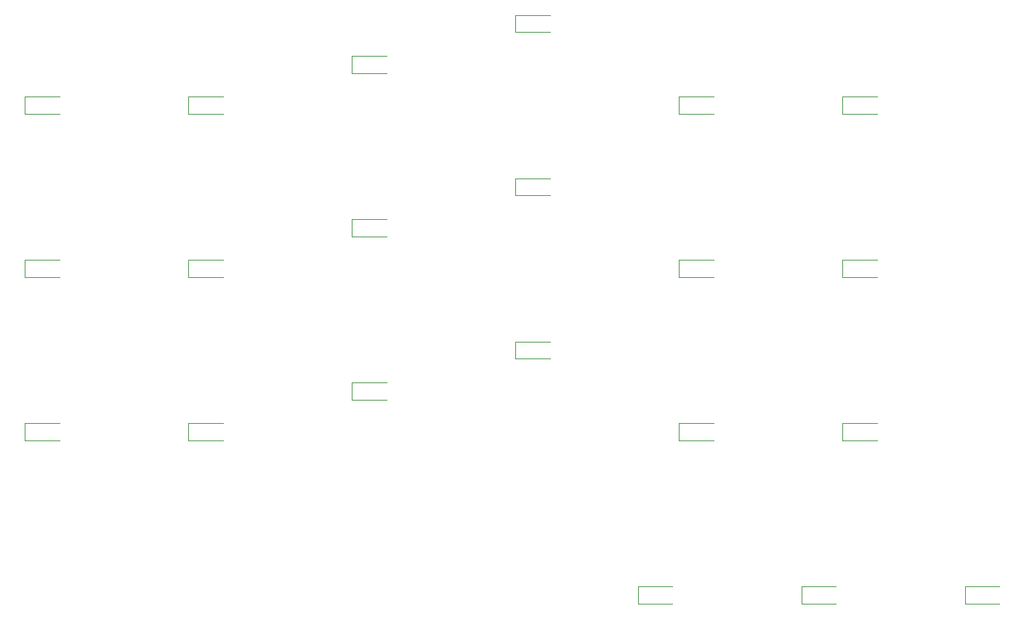
<source format=gbr>
%TF.GenerationSoftware,KiCad,Pcbnew,7.0.6*%
%TF.CreationDate,2023-09-12T11:18:07+08:00*%
%TF.ProjectId,kbv2,6b627632-2e6b-4696-9361-645f70636258,rev?*%
%TF.SameCoordinates,Original*%
%TF.FileFunction,Legend,Bot*%
%TF.FilePolarity,Positive*%
%FSLAX46Y46*%
G04 Gerber Fmt 4.6, Leading zero omitted, Abs format (unit mm)*
G04 Created by KiCad (PCBNEW 7.0.6) date 2023-09-12 11:18:07*
%MOMM*%
%LPD*%
G01*
G04 APERTURE LIST*
%ADD10C,0.120000*%
G04 APERTURE END LIST*
D10*
%TO.C,K8*%
X153143125Y-80968750D02*
X157153125Y-80968750D01*
X153143125Y-82968750D02*
X153143125Y-80968750D01*
X153143125Y-82968750D02*
X157153125Y-82968750D01*
%TO.C,K7*%
X172193125Y-80968750D02*
X176203125Y-80968750D01*
X172193125Y-82968750D02*
X172193125Y-80968750D01*
X172193125Y-82968750D02*
X176203125Y-82968750D01*
%TO.C,K15*%
X134093125Y-90493750D02*
X138103125Y-90493750D01*
X134093125Y-92493750D02*
X134093125Y-90493750D01*
X134093125Y-92493750D02*
X138103125Y-92493750D01*
%TO.C,K19*%
X186480625Y-119068750D02*
X190490625Y-119068750D01*
X186480625Y-121068750D02*
X186480625Y-119068750D01*
X186480625Y-121068750D02*
X190490625Y-121068750D01*
%TO.C,K20*%
X167430625Y-119068750D02*
X171440625Y-119068750D01*
X167430625Y-121068750D02*
X167430625Y-119068750D01*
X167430625Y-121068750D02*
X171440625Y-121068750D01*
%TO.C,K4*%
X115043125Y-57156250D02*
X119053125Y-57156250D01*
X115043125Y-59156250D02*
X115043125Y-57156250D01*
X115043125Y-59156250D02*
X119053125Y-59156250D01*
%TO.C,K13*%
X172193125Y-100018750D02*
X176203125Y-100018750D01*
X172193125Y-102018750D02*
X172193125Y-100018750D01*
X172193125Y-102018750D02*
X176203125Y-102018750D01*
%TO.C,K6*%
X76943125Y-61918750D02*
X80953125Y-61918750D01*
X76943125Y-63918750D02*
X76943125Y-61918750D01*
X76943125Y-63918750D02*
X80953125Y-63918750D01*
%TO.C,K14*%
X153143125Y-100018750D02*
X157153125Y-100018750D01*
X153143125Y-102018750D02*
X153143125Y-100018750D01*
X153143125Y-102018750D02*
X157153125Y-102018750D01*
%TO.C,K16*%
X115043125Y-95256250D02*
X119053125Y-95256250D01*
X115043125Y-97256250D02*
X115043125Y-95256250D01*
X115043125Y-97256250D02*
X119053125Y-97256250D01*
%TO.C,K11*%
X95993125Y-80968750D02*
X100003125Y-80968750D01*
X95993125Y-82968750D02*
X95993125Y-80968750D01*
X95993125Y-82968750D02*
X100003125Y-82968750D01*
%TO.C,K10*%
X115043125Y-76206250D02*
X119053125Y-76206250D01*
X115043125Y-78206250D02*
X115043125Y-76206250D01*
X115043125Y-78206250D02*
X119053125Y-78206250D01*
%TO.C,K18*%
X76943125Y-100018750D02*
X80953125Y-100018750D01*
X76943125Y-102018750D02*
X76943125Y-100018750D01*
X76943125Y-102018750D02*
X80953125Y-102018750D01*
%TO.C,K9*%
X134093125Y-71443750D02*
X138103125Y-71443750D01*
X134093125Y-73443750D02*
X134093125Y-71443750D01*
X134093125Y-73443750D02*
X138103125Y-73443750D01*
%TO.C,K2*%
X153143125Y-61918750D02*
X157153125Y-61918750D01*
X153143125Y-63918750D02*
X153143125Y-61918750D01*
X153143125Y-63918750D02*
X157153125Y-63918750D01*
%TO.C,K21*%
X148380625Y-119068750D02*
X152390625Y-119068750D01*
X148380625Y-121068750D02*
X148380625Y-119068750D01*
X148380625Y-121068750D02*
X152390625Y-121068750D01*
%TO.C,K17*%
X95993125Y-100018750D02*
X100003125Y-100018750D01*
X95993125Y-102018750D02*
X95993125Y-100018750D01*
X95993125Y-102018750D02*
X100003125Y-102018750D01*
%TO.C,K12*%
X76943125Y-80968750D02*
X80953125Y-80968750D01*
X76943125Y-82968750D02*
X76943125Y-80968750D01*
X76943125Y-82968750D02*
X80953125Y-82968750D01*
%TO.C,K1*%
X172193125Y-61918750D02*
X176203125Y-61918750D01*
X172193125Y-63918750D02*
X172193125Y-61918750D01*
X172193125Y-63918750D02*
X176203125Y-63918750D01*
%TO.C,K5*%
X95993125Y-61918750D02*
X100003125Y-61918750D01*
X95993125Y-63918750D02*
X95993125Y-61918750D01*
X95993125Y-63918750D02*
X100003125Y-63918750D01*
%TO.C,K3*%
X134093125Y-52393750D02*
X138103125Y-52393750D01*
X134093125Y-54393750D02*
X134093125Y-52393750D01*
X134093125Y-54393750D02*
X138103125Y-54393750D01*
%TD*%
M02*

</source>
